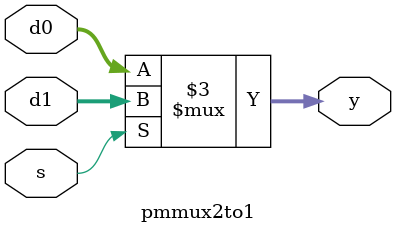
<source format=v>
`timescale 1ns / 1ps


module pmmux2to1(d0,d1,s,y);

    input [3:0] d0,d1;
    input s;
    output reg [3:0] y;
    
    always@(d0 or d1 or s)
    begin
        if(s)
        begin
            y = d1;
        end
        else
            y = d0;
    end
endmodule

</source>
